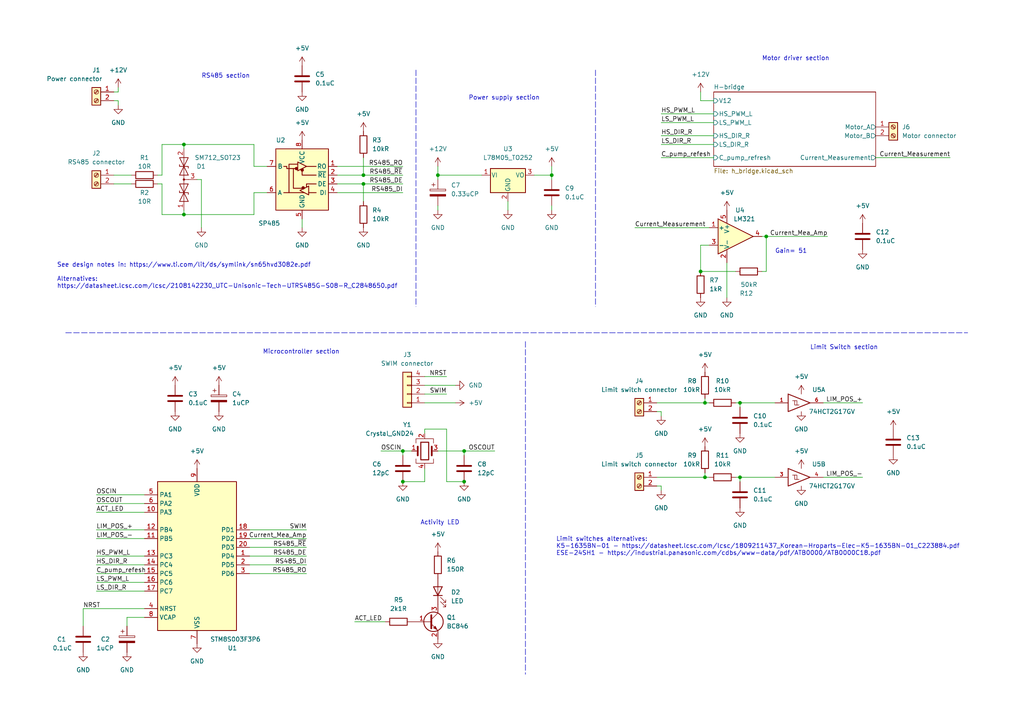
<source format=kicad_sch>
(kicad_sch (version 20211123) (generator eeschema)
  (paper "A4")
  (lib_symbols
    (symbol "74xGxx:74LVC2G17" (pin_names (offset 1.016))
      (property "Reference" "U" (at -2.54 3.81 0))
      (property "Value" "74LVC2G17" (at 0 -3.81 0))
      (symbol "74LVC2G17_0_1"
        (polyline (pts (xy -1.905 0.635) (xy -1.27 0.635) (xy -1.27 -0.635)))
        (polyline (pts (xy -3.81 2.54) (xy -3.81 -2.54) (xy 2.54 0) (xy -3.81 2.54)) (stroke (width 0.254)))
        (polyline (pts (xy -2.54 0.635) (xy -1.905 0.635) (xy -1.905 -0.635) (xy -0.635 -0.635)))
        (pin power_in line (at 0 -2.54 270) (length 0) hide (name "GND") (number "2"))
        (pin power_in line (at 0 2.54 90) (length 0) hide (name "VCC") (number "5"))
      )
      (symbol "74LVC2G17_1_1"
        (pin input line (at -7.62 0 0) (length 3.81) (name "~") (number "1"))
        (pin output line (at 6.35 0 180) (length 3.81) (name "~") (number "6"))
      )
      (symbol "74LVC2G17_2_1"
        (pin input line (at -7.62 0 0) (length 3.81) (name "~") (number "3"))
        (pin output line (at 6.35 0 180) (length 3.81) (name "~") (number "4"))
      )
    )
    (symbol "Amplifier_Operational:LM321" (pin_names (offset 0.127))
      (property "Reference" "U" (at 0 7.62 0))
      (property "Value" "LM321" (at 0 5.08 0))
      (symbol "LM321_0_1"
        (polyline (pts (xy -5.08 5.08) (xy 5.08 0) (xy -5.08 -5.08) (xy -5.08 5.08)) (stroke (width 0.254)) (fill (type background)))
      )
      (symbol "LM321_1_1"
        (pin input line (at -7.62 2.54 0) (length 2.54) (name "+") (number "1"))
        (pin power_in line (at -2.54 -7.62 90) (length 3.81) (name "V-") (number "2"))
        (pin input line (at -7.62 -2.54 0) (length 2.54) (name "-") (number "3"))
        (pin output line (at 7.62 0 180) (length 2.54) (name "~") (number "4"))
        (pin power_in line (at -2.54 7.62 270) (length 3.81) (name "V+") (number "5"))
      )
    )
    (symbol "Connector:Screw_Terminal_01x02" (pin_names (offset 1.016) hide)
      (property "Reference" "J" (at 0 2.54 0))
      (property "Value" "Screw_Terminal_01x02" (at 0 -5.08 0))
      (symbol "Screw_Terminal_01x02_1_1"
        (rectangle (start -1.27 1.27) (end 1.27 -3.81) (stroke (width 0.254)) (fill (type background)))
        (circle (center 0 -2.54) (radius 0.635) (stroke (width 0.1524)))
        (polyline (pts (xy -0.5334 -2.2098) (xy 0.3302 -3.048)) (stroke (width 0.1524)))
        (polyline (pts (xy -0.5334 0.3302) (xy 0.3302 -0.508)) (stroke (width 0.1524)))
        (polyline (pts (xy -0.3556 -2.032) (xy 0.508 -2.8702)) (stroke (width 0.1524)))
        (polyline (pts (xy -0.3556 0.508) (xy 0.508 -0.3302)) (stroke (width 0.1524)))
        (circle (center 0 0) (radius 0.635) (stroke (width 0.1524)))
        (pin passive line (at -5.08 0 0) (length 3.81) (name "Pin_1") (number "1"))
        (pin passive line (at -5.08 -2.54 0) (length 3.81) (name "Pin_2") (number "2"))
      )
    )
    (symbol "Connector_Generic:Conn_01x04" (pin_names (offset 1.016) hide)
      (property "Reference" "J" (at 0 5.08 0))
      (property "Value" "Conn_01x04" (at 0 -7.62 0))
      (symbol "Conn_01x04_1_1"
        (rectangle (start -1.27 -4.953) (end 0 -5.207) (stroke (width 0.1524)))
        (rectangle (start -1.27 -2.413) (end 0 -2.667) (stroke (width 0.1524)))
        (rectangle (start -1.27 0.127) (end 0 -0.127) (stroke (width 0.1524)))
        (rectangle (start -1.27 2.667) (end 0 2.413) (stroke (width 0.1524)))
        (rectangle (start -1.27 3.81) (end 1.27 -6.35) (stroke (width 0.254)) (fill (type background)))
        (pin passive line (at -5.08 2.54 0) (length 3.81) (name "Pin_1") (number "1"))
        (pin passive line (at -5.08 0 0) (length 3.81) (name "Pin_2") (number "2"))
        (pin passive line (at -5.08 -2.54 0) (length 3.81) (name "Pin_3") (number "3"))
        (pin passive line (at -5.08 -5.08 0) (length 3.81) (name "Pin_4") (number "4"))
      )
    )
    (symbol "Device:C" (pin_numbers hide) (pin_names (offset 0.254))
      (property "Reference" "C" (at 0.635 2.54 0))
      (property "Value" "C" (at 0.635 -2.54 0))
      (symbol "C_0_1"
        (polyline (pts (xy -2.032 -0.762) (xy 2.032 -0.762)) (stroke (width 0.508)))
        (polyline (pts (xy -2.032 0.762) (xy 2.032 0.762)) (stroke (width 0.508)))
      )
      (symbol "C_1_1"
        (pin passive line (at 0 3.81 270) (length 2.794) (name "~") (number "1"))
        (pin passive line (at 0 -3.81 90) (length 2.794) (name "~") (number "2"))
      )
    )
    (symbol "Device:C_Polarized" (pin_numbers hide) (pin_names (offset 0.254))
      (property "Reference" "C" (at 0.635 2.54 0))
      (property "Value" "C_Polarized" (at 0.635 -2.54 0))
      (symbol "C_Polarized_0_1"
        (rectangle (start -2.286 0.508) (end 2.286 1.016))
        (polyline (pts (xy -1.778 2.286) (xy -0.762 2.286)))
        (polyline (pts (xy -1.27 2.794) (xy -1.27 1.778)))
        (rectangle (start 2.286 -0.508) (end -2.286 -1.016) (fill (type outline)))
      )
      (symbol "C_Polarized_1_1"
        (pin passive line (at 0 3.81 270) (length 2.794) (name "~") (number "1"))
        (pin passive line (at 0 -3.81 90) (length 2.794) (name "~") (number "2"))
      )
    )
    (symbol "Device:Crystal_GND24" (pin_names (offset 1.016) hide)
      (property "Reference" "Y" (at 3.175 5.08 0))
      (property "Value" "Crystal_GND24" (at 3.175 3.175 0))
      (symbol "Crystal_GND24_0_1"
        (rectangle (start -1.143 2.54) (end 1.143 -2.54) (stroke (width 0.3048)))
        (polyline (pts (xy -2.54 0) (xy -2.032 0)))
        (polyline (pts (xy -2.032 -1.27) (xy -2.032 1.27)) (stroke (width 0.508)))
        (polyline (pts (xy 0 -3.81) (xy 0 -3.556)))
        (polyline (pts (xy 0 3.556) (xy 0 3.81)))
        (polyline (pts (xy 2.032 -1.27) (xy 2.032 1.27)) (stroke (width 0.508)))
        (polyline (pts (xy 2.032 0) (xy 2.54 0)))
        (polyline (pts (xy -2.54 -2.286) (xy -2.54 -3.556) (xy 2.54 -3.556) (xy 2.54 -2.286)))
        (polyline (pts (xy -2.54 2.286) (xy -2.54 3.556) (xy 2.54 3.556) (xy 2.54 2.286)))
      )
      (symbol "Crystal_GND24_1_1"
        (pin passive line (at -3.81 0 0) (length 1.27) (name "1") (number "1"))
        (pin passive line (at 0 5.08 270) (length 1.27) (name "2") (number "2"))
        (pin passive line (at 3.81 0 180) (length 1.27) (name "3") (number "3"))
        (pin passive line (at 0 -5.08 90) (length 1.27) (name "4") (number "4"))
      )
    )
    (symbol "Device:LED" (pin_numbers hide) (pin_names (offset 1.016) hide)
      (property "Reference" "D" (at 0 2.54 0))
      (property "Value" "LED" (at 0 -2.54 0))
      (symbol "LED_0_1"
        (polyline (pts (xy -1.27 -1.27) (xy -1.27 1.27)) (stroke (width 0.254)))
        (polyline (pts (xy -1.27 0) (xy 1.27 0)))
        (polyline (pts (xy 1.27 -1.27) (xy 1.27 1.27) (xy -1.27 0) (xy 1.27 -1.27)) (stroke (width 0.254)))
        (polyline (pts (xy -3.048 -0.762) (xy -4.572 -2.286) (xy -3.81 -2.286) (xy -4.572 -2.286) (xy -4.572 -1.524)))
        (polyline (pts (xy -1.778 -0.762) (xy -3.302 -2.286) (xy -2.54 -2.286) (xy -3.302 -2.286) (xy -3.302 -1.524)))
      )
      (symbol "LED_1_1"
        (pin passive line (at -3.81 0 0) (length 2.54) (name "K") (number "1"))
        (pin passive line (at 3.81 0 180) (length 2.54) (name "A") (number "2"))
      )
    )
    (symbol "Device:R" (pin_numbers hide) (pin_names (offset 0))
      (property "Reference" "R" (at 2.032 0 90))
      (property "Value" "R" (at 0 0 90))
      (symbol "R_0_1"
        (rectangle (start -1.016 -2.54) (end 1.016 2.54) (stroke (width 0.254)))
      )
      (symbol "R_1_1"
        (pin passive line (at 0 3.81 270) (length 1.27) (name "~") (number "1"))
        (pin passive line (at 0 -3.81 90) (length 1.27) (name "~") (number "2"))
      )
    )
    (symbol "Diode:SM712_SOT23" (pin_names (offset 1.016) hide)
      (property "Reference" "D" (at 0 4.445 0))
      (property "Value" "SM712_SOT23" (at 0 2.54 0))
      (symbol "SM712_SOT23_0_0"
        (polyline (pts (xy 0 -1.27) (xy 0 0)))
      )
      (symbol "SM712_SOT23_0_1"
        (polyline (pts (xy -6.35 0) (xy 6.35 0)))
        (polyline (pts (xy -3.302 1.27) (xy -3.81 1.27) (xy -3.81 -1.27) (xy -4.318 -1.27)) (stroke (width 0.2032)))
        (polyline (pts (xy 4.318 1.27) (xy 3.81 1.27) (xy 3.81 -1.27) (xy 3.302 -1.27)) (stroke (width 0.2032)))
        (polyline (pts (xy -6.35 -1.27) (xy -1.27 1.27) (xy -1.27 -1.27) (xy -6.35 1.27) (xy -6.35 -1.27)) (stroke (width 0.2032)))
        (polyline (pts (xy 1.27 -1.27) (xy 1.27 1.27) (xy 6.35 -1.27) (xy 6.35 1.27) (xy 1.27 -1.27)) (stroke (width 0.2032)))
        (circle (center 0 0) (radius 0.254) (fill (type outline)))
      )
      (symbol "SM712_SOT23_1_1"
        (pin passive line (at -8.89 0 0) (length 2.54) (name "A1") (number "1"))
        (pin passive line (at 8.89 0 180) (length 2.54) (name "A2") (number "2"))
        (pin input line (at 0 -3.81 90) (length 2.54) (name "common") (number "3"))
      )
    )
    (symbol "Interface_UART:ST485EBDR"
      (property "Reference" "U" (at -6.35 8.89 0))
      (property "Value" "ST485EBDR" (at 1.27 8.89 0))
      (symbol "ST485EBDR_0_1"
        (rectangle (start -7.62 7.62) (end 7.62 -10.16) (stroke (width 0.254)) (fill (type background)))
        (circle (center -0.3048 -3.683) (radius 0.3556) (stroke (width 0.254)) (fill (type outline)))
        (circle (center -0.0254 1.4986) (radius 0.3556) (stroke (width 0.254)) (fill (type outline)))
        (polyline (pts (xy -4.064 -5.08) (xy -1.905 -5.08)) (stroke (width 0.254)))
        (polyline (pts (xy -4.064 2.54) (xy -1.27 2.54)) (stroke (width 0.254)))
        (polyline (pts (xy -1.27 -3.2004) (xy -1.27 -3.4544)) (stroke (width 0.254)))
        (polyline (pts (xy -0.635 -5.08) (xy 5.334 -5.08)) (stroke (width 0.254)))
        (polyline (pts (xy -4.064 -2.54) (xy -1.27 -2.54) (xy -1.27 -3.175)) (stroke (width 0.254)))
        (polyline (pts (xy 0 1.27) (xy 0 0) (xy -4.064 0)) (stroke (width 0.254)))
        (polyline (pts (xy 1.27 3.175) (xy 3.81 3.175) (xy 3.81 -5.08)) (stroke (width 0.254)))
        (polyline (pts (xy 2.54 1.905) (xy 2.54 -3.81) (xy 0 -3.81)) (stroke (width 0.254)))
        (polyline (pts (xy -1.905 -3.175) (xy -1.905 -5.715) (xy 0.635 -4.445) (xy -1.905 -3.175)) (stroke (width 0.254)))
        (polyline (pts (xy -1.27 2.54) (xy 1.27 3.81) (xy 1.27 1.27) (xy -1.27 2.54)) (stroke (width 0.254)))
        (polyline (pts (xy 1.905 1.905) (xy 4.445 1.905) (xy 4.445 2.54) (xy 5.334 2.54)) (stroke (width 0.254)))
        (rectangle (start 1.27 3.175) (end 1.27 3.175))
        (circle (center 1.651 1.905) (radius 0.3556) (stroke (width 0.254)) (fill (type outline)))
      )
      (symbol "ST485EBDR_1_1"
        (pin output line (at -10.16 2.54 0) (length 2.54) (name "RO") (number "1"))
        (pin input line (at -10.16 0 0) (length 2.54) (name "~{RE}") (number "2"))
        (pin input line (at -10.16 -2.54 0) (length 2.54) (name "DE") (number "3"))
        (pin input line (at -10.16 -5.08 0) (length 2.54) (name "DI") (number "4"))
        (pin power_in line (at 0 -12.7 90) (length 2.54) (name "GND") (number "5"))
        (pin bidirectional line (at 10.16 -5.08 180) (length 2.54) (name "A") (number "6"))
        (pin bidirectional line (at 10.16 2.54 180) (length 2.54) (name "B") (number "7"))
        (pin power_in line (at 0 10.16 270) (length 2.54) (name "VCC") (number "8"))
      )
    )
    (symbol "MCU_ST_STM8:STM8S003F3P"
      (property "Reference" "U" (at 1.27 25.4 0))
      (property "Value" "STM8S003F3P" (at 1.27 22.86 0))
      (symbol "STM8S003F3P_0_1"
        (rectangle (start -11.43 21.59) (end 11.43 -21.59) (stroke (width 0.254)) (fill (type background)))
      )
      (symbol "STM8S003F3P_1_1"
        (pin bidirectional line (at 15.24 0 180) (length 3.81) (name "PD4") (number "1"))
        (pin bidirectional line (at -15.24 12.7 0) (length 3.81) (name "PA3") (number "10"))
        (pin bidirectional line (at -15.24 5.08 0) (length 3.81) (name "PB5") (number "11"))
        (pin bidirectional line (at -15.24 7.62 0) (length 3.81) (name "PB4") (number "12"))
        (pin bidirectional line (at -15.24 0 0) (length 3.81) (name "PC3") (number "13"))
        (pin bidirectional line (at -15.24 -2.54 0) (length 3.81) (name "PC4") (number "14"))
        (pin bidirectional line (at -15.24 -5.08 0) (length 3.81) (name "PC5") (number "15"))
        (pin bidirectional line (at -15.24 -7.62 0) (length 3.81) (name "PC6") (number "16"))
        (pin bidirectional line (at -15.24 -10.16 0) (length 3.81) (name "PC7") (number "17"))
        (pin bidirectional line (at 15.24 7.62 180) (length 3.81) (name "PD1") (number "18"))
        (pin bidirectional line (at 15.24 5.08 180) (length 3.81) (name "PD2") (number "19"))
        (pin bidirectional line (at 15.24 -2.54 180) (length 3.81) (name "PD5") (number "2"))
        (pin bidirectional line (at 15.24 2.54 180) (length 3.81) (name "PD3") (number "20"))
        (pin bidirectional line (at 15.24 -5.08 180) (length 3.81) (name "PD6") (number "3"))
        (pin input line (at -15.24 -15.24 0) (length 3.81) (name "NRST") (number "4"))
        (pin bidirectional line (at -15.24 17.78 0) (length 3.81) (name "PA1") (number "5"))
        (pin bidirectional line (at -15.24 15.24 0) (length 3.81) (name "PA2") (number "6"))
        (pin power_in line (at 0 -25.4 90) (length 3.81) (name "VSS") (number "7"))
        (pin passive line (at -15.24 -17.78 0) (length 3.81) (name "VCAP") (number "8"))
        (pin power_in line (at 0 25.4 270) (length 3.81) (name "VDD") (number "9"))
      )
    )
    (symbol "Regulator_Linear:LM78M05_TO252" (pin_names (offset 0.254))
      (property "Reference" "U" (at -3.81 3.175 0))
      (property "Value" "LM78M05_TO252" (at 0 3.175 0))
      (symbol "LM78M05_TO252_0_1"
        (rectangle (start -5.08 1.905) (end 5.08 -5.08) (stroke (width 0.254)) (fill (type background)))
      )
      (symbol "LM78M05_TO252_1_1"
        (pin power_in line (at -7.62 0 0) (length 2.54) (name "VI") (number "1"))
        (pin power_in line (at 0 -7.62 90) (length 2.54) (name "GND") (number "2"))
        (pin power_out line (at 7.62 0 180) (length 2.54) (name "VO") (number "3"))
      )
    )
    (symbol "Transistor_BJT:BC846" (pin_names (offset 0) hide)
      (property "Reference" "Q" (at 5.08 1.905 0))
      (property "Value" "BC846" (at 5.08 0 0))
      (symbol "BC846_0_1"
        (polyline (pts (xy 0.635 0.635) (xy 2.54 2.54)))
        (polyline (pts (xy 0.635 -0.635) (xy 2.54 -2.54) (xy 2.54 -2.54)))
        (polyline (pts (xy 0.635 1.905) (xy 0.635 -1.905) (xy 0.635 -1.905)) (stroke (width 0.508)))
        (polyline (pts (xy 1.27 -1.778) (xy 1.778 -1.27) (xy 2.286 -2.286) (xy 1.27 -1.778) (xy 1.27 -1.778)) (fill (type outline)))
        (circle (center 1.27 0) (radius 2.8194) (stroke (width 0.254)))
      )
      (symbol "BC846_1_1"
        (pin input line (at -5.08 0 0) (length 5.715) (name "B") (number "1"))
        (pin passive line (at 2.54 -5.08 90) (length 2.54) (name "E") (number "2"))
        (pin passive line (at 2.54 5.08 270) (length 2.54) (name "C") (number "3"))
      )
    )
    (symbol "power:+12V" (power) (pin_names (offset 0))
      (property "Value" "+12V" (at 0 3.556 0))
      (symbol "+12V_0_1"
        (polyline (pts (xy -0.762 1.27) (xy 0 2.54)))
        (polyline (pts (xy 0 0) (xy 0 2.54)))
        (polyline (pts (xy 0 2.54) (xy 0.762 1.27)))
      )
      (symbol "+12V_1_1"
        (pin power_in line (at 0 0 90) (length 0) hide (name "+12V") (number "1"))
      )
    )
    (symbol "power:+5V" (power) (pin_names (offset 0))
      (property "Value" "+5V" (at 0 3.556 0))
      (symbol "+5V_0_1"
        (polyline (pts (xy -0.762 1.27) (xy 0 2.54)))
        (polyline (pts (xy 0 0) (xy 0 2.54)))
        (polyline (pts (xy 0 2.54) (xy 0.762 1.27)))
      )
      (symbol "+5V_1_1"
        (pin power_in line (at 0 0 90) (length 0) hide (name "+5V") (number "1"))
      )
    )
    (symbol "power:GND" (power) (pin_names (offset 0))
      (property "Value" "GND" (at 0 -3.81 0))
      (symbol "GND_0_1"
        (polyline (pts (xy 0 0) (xy 0 -1.27) (xy 1.27 -1.27) (xy 0 -2.54) (xy -1.27 -1.27) (xy 0 -1.27)))
      )
      (symbol "GND_1_1"
        (pin power_in line (at 0 0 270) (length 0) hide (name "GND") (number "1"))
      )
    )
  )
  (junction (at 105.41 53.34))
  (junction (at 134.62 130.81))
  (junction (at 105.41 50.8))
  (junction (at 222.25 68.58))
  (junction (at 214.63 138.43))
  (junction (at 116.84 130.81))
  (junction (at 53.34 41.91))
  (junction (at 134.62 139.7))
  (junction (at 53.34 62.23))
  (junction (at 204.47 138.43))
  (junction (at 116.84 139.7))
  (junction (at 127 50.8))
  (junction (at 204.47 116.84))
  (junction (at 214.63 116.84))
  (junction (at 203.2 78.74))
  (junction (at 160.02 50.8))
  (wire (pts (xy 127 50.8) (xy 139.7 50.8)))
  (wire (pts (xy 210.82 76.2) (xy 210.82 86.36)))
  (wire (pts (xy 57.15 52.07) (xy 58.42 52.07)))
  (polyline (pts (xy 120.65 20.32) (xy 120.65 88.9)))
  (wire (pts (xy 72.39 153.67) (xy 88.9 153.67)))
  (wire (pts (xy 123.19 114.3) (xy 129.54 114.3)))
  (wire (pts (xy 116.84 130.81) (xy 116.84 132.08)))
  (wire (pts (xy 190.5 138.43) (xy 204.47 138.43)))
  (wire (pts (xy 27.94 171.45) (xy 41.91 171.45)))
  (wire (pts (xy 110.49 130.81) (xy 116.84 130.81)))
  (wire (pts (xy 191.77 35.56) (xy 207.01 35.56)))
  (wire (pts (xy 123.19 135.89) (xy 123.19 139.7)))
  (wire (pts (xy 191.77 41.91) (xy 207.01 41.91)))
  (wire (pts (xy 34.29 29.21) (xy 34.29 30.48)))
  (wire (pts (xy 203.2 29.21) (xy 207.01 29.21)))
  (wire (pts (xy 36.83 179.07) (xy 41.91 179.07)))
  (wire (pts (xy 214.63 138.43) (xy 214.63 139.7)))
  (wire (pts (xy 220.98 78.74) (xy 222.25 78.74)))
  (wire (pts (xy 116.84 130.81) (xy 119.38 130.81)))
  (polyline (pts (xy 152.4 99.06) (xy 152.4 195.58)))
  (wire (pts (xy 191.77 39.37) (xy 207.01 39.37)))
  (wire (pts (xy 129.54 139.7) (xy 134.62 139.7)))
  (wire (pts (xy 72.39 163.83) (xy 88.9 163.83)))
  (wire (pts (xy 33.02 29.21) (xy 34.29 29.21)))
  (wire (pts (xy 27.94 148.59) (xy 41.91 148.59)))
  (wire (pts (xy 123.19 111.76) (xy 132.08 111.76)))
  (wire (pts (xy 204.47 137.16) (xy 204.47 138.43)))
  (wire (pts (xy 33.02 53.34) (xy 38.1 53.34)))
  (wire (pts (xy 191.77 45.72) (xy 207.01 45.72)))
  (wire (pts (xy 127 50.8) (xy 127 52.07)))
  (wire (pts (xy 214.63 138.43) (xy 224.79 138.43)))
  (wire (pts (xy 27.94 161.29) (xy 41.91 161.29)))
  (wire (pts (xy 160.02 48.26) (xy 160.02 50.8)))
  (wire (pts (xy 147.32 58.42) (xy 147.32 60.96)))
  (wire (pts (xy 27.94 166.37) (xy 41.91 166.37)))
  (polyline (pts (xy 172.72 20.32) (xy 172.72 88.9)))
  (wire (pts (xy 127 48.26) (xy 127 50.8)))
  (wire (pts (xy 102.87 180.34) (xy 111.76 180.34)))
  (wire (pts (xy 97.79 48.26) (xy 116.84 48.26)))
  (wire (pts (xy 97.79 53.34) (xy 105.41 53.34)))
  (wire (pts (xy 129.54 124.46) (xy 129.54 139.7)))
  (wire (pts (xy 190.5 116.84) (xy 204.47 116.84)))
  (wire (pts (xy 254 45.72) (xy 275.59 45.72)))
  (wire (pts (xy 97.79 55.88) (xy 116.84 55.88)))
  (wire (pts (xy 46.99 53.34) (xy 46.99 62.23)))
  (wire (pts (xy 73.66 48.26) (xy 77.47 48.26)))
  (wire (pts (xy 184.15 66.04) (xy 205.74 66.04)))
  (wire (pts (xy 33.02 50.8) (xy 38.1 50.8)))
  (wire (pts (xy 27.94 153.67) (xy 41.91 153.67)))
  (wire (pts (xy 41.91 176.53) (xy 24.13 176.53)))
  (wire (pts (xy 87.63 63.5) (xy 87.63 66.04)))
  (wire (pts (xy 24.13 176.53) (xy 24.13 181.61)))
  (wire (pts (xy 105.41 53.34) (xy 105.41 58.42)))
  (wire (pts (xy 53.34 62.23) (xy 53.34 60.96)))
  (wire (pts (xy 72.39 166.37) (xy 88.9 166.37)))
  (wire (pts (xy 238.76 138.43) (xy 250.19 138.43)))
  (wire (pts (xy 222.25 78.74) (xy 222.25 68.58)))
  (polyline (pts (xy 19.05 96.52) (xy 280.67 96.52)))
  (wire (pts (xy 220.98 68.58) (xy 222.25 68.58)))
  (wire (pts (xy 72.39 161.29) (xy 88.9 161.29)))
  (wire (pts (xy 46.99 50.8) (xy 46.99 41.91)))
  (wire (pts (xy 204.47 115.57) (xy 204.47 116.84)))
  (wire (pts (xy 46.99 62.23) (xy 53.34 62.23)))
  (wire (pts (xy 204.47 116.84) (xy 205.74 116.84)))
  (wire (pts (xy 73.66 41.91) (xy 73.66 48.26)))
  (wire (pts (xy 238.76 116.84) (xy 250.19 116.84)))
  (wire (pts (xy 191.77 119.38) (xy 191.77 120.65)))
  (wire (pts (xy 203.2 26.67) (xy 203.2 29.21)))
  (wire (pts (xy 34.29 26.67) (xy 34.29 25.4)))
  (wire (pts (xy 214.63 116.84) (xy 214.63 118.11)))
  (wire (pts (xy 123.19 124.46) (xy 123.19 125.73)))
  (wire (pts (xy 134.62 130.81) (xy 134.62 132.08)))
  (wire (pts (xy 45.72 50.8) (xy 46.99 50.8)))
  (wire (pts (xy 213.36 138.43) (xy 214.63 138.43)))
  (wire (pts (xy 191.77 33.02) (xy 207.01 33.02)))
  (wire (pts (xy 123.19 116.84) (xy 132.08 116.84)))
  (wire (pts (xy 222.25 68.58) (xy 240.03 68.58)))
  (wire (pts (xy 154.94 50.8) (xy 160.02 50.8)))
  (wire (pts (xy 36.83 181.61) (xy 36.83 179.07)))
  (wire (pts (xy 190.5 119.38) (xy 191.77 119.38)))
  (wire (pts (xy 33.02 26.67) (xy 34.29 26.67)))
  (wire (pts (xy 53.34 41.91) (xy 73.66 41.91)))
  (wire (pts (xy 190.5 140.97) (xy 191.77 140.97)))
  (wire (pts (xy 127 130.81) (xy 134.62 130.81)))
  (wire (pts (xy 160.02 59.69) (xy 160.02 60.96)))
  (wire (pts (xy 123.19 139.7) (xy 116.84 139.7)))
  (wire (pts (xy 160.02 50.8) (xy 160.02 52.07)))
  (wire (pts (xy 191.77 140.97) (xy 191.77 142.24)))
  (wire (pts (xy 27.94 143.51) (xy 41.91 143.51)))
  (wire (pts (xy 203.2 78.74) (xy 213.36 78.74)))
  (wire (pts (xy 214.63 116.84) (xy 224.79 116.84)))
  (wire (pts (xy 203.2 71.12) (xy 203.2 78.74)))
  (wire (pts (xy 27.94 146.05) (xy 41.91 146.05)))
  (wire (pts (xy 213.36 116.84) (xy 214.63 116.84)))
  (wire (pts (xy 105.41 53.34) (xy 116.84 53.34)))
  (wire (pts (xy 46.99 41.91) (xy 53.34 41.91)))
  (wire (pts (xy 123.19 124.46) (xy 129.54 124.46)))
  (wire (pts (xy 72.39 156.21) (xy 88.9 156.21)))
  (wire (pts (xy 204.47 138.43) (xy 205.74 138.43)))
  (wire (pts (xy 105.41 50.8) (xy 116.84 50.8)))
  (wire (pts (xy 27.94 163.83) (xy 41.91 163.83)))
  (wire (pts (xy 27.94 156.21) (xy 41.91 156.21)))
  (wire (pts (xy 45.72 53.34) (xy 46.99 53.34)))
  (wire (pts (xy 73.66 55.88) (xy 73.66 62.23)))
  (wire (pts (xy 77.47 55.88) (xy 73.66 55.88)))
  (wire (pts (xy 205.74 71.12) (xy 203.2 71.12)))
  (wire (pts (xy 53.34 41.91) (xy 53.34 43.18)))
  (wire (pts (xy 134.62 130.81) (xy 143.51 130.81)))
  (wire (pts (xy 72.39 158.75) (xy 88.9 158.75)))
  (wire (pts (xy 97.79 50.8) (xy 105.41 50.8)))
  (wire (pts (xy 123.19 109.22) (xy 129.54 109.22)))
  (wire (pts (xy 105.41 50.8) (xy 105.41 45.72)))
  (wire (pts (xy 27.94 168.91) (xy 41.91 168.91)))
  (wire (pts (xy 127 59.69) (xy 127 60.96)))
  (wire (pts (xy 58.42 52.07) (xy 58.42 66.04)))
  (wire (pts (xy 73.66 62.23) (xy 53.34 62.23)))
  (text "Microcontroller section" (at 76.2 102.87 0) (effects (font (size 1.27 1.27)) (justify left bottom)))
  (text "Limit Switch section" (at 234.95 101.6 0) (effects (font (size 1.27 1.27)) (justify left bottom)))
  (text "Limit switches alternatives:\nK5-1635BN-01 - https://datasheet.lcsc.com/lcsc/1809211437_Korean-Hroparts-Elec-K5-1635BN-01_C223884.pdf\nESE-24SH1 - https://industrial.panasonic.com/cdbs/www-data/pdf/ATB0000/ATB0000C18.pdf" (at 161.29 161.29 0) (effects (font (size 1.27 1.27)) (justify left bottom)))
  (text "Motor driver section" (at 220.98 17.78 0) (effects (font (size 1.27 1.27)) (justify left bottom)))
  (text "Power supply section" (at 135.89 29.21 0) (effects (font (size 1.27 1.27)) (justify left bottom)))
  (text "Gain= 51" (at 224.79 73.66 0) (effects (font (size 1.27 1.27)) (justify left bottom)))
  (text "Activity LED" (at 121.92 152.4 0) (effects (font (size 1.27 1.27)) (justify left bottom)))
  (text "RS485 section" (at 58.42 22.86 0) (effects (font (size 1.27 1.27)) (justify left bottom)))
  (text "See design notes in: https://www.ti.com/lit/ds/symlink/sn65hvd3082e.pdf\n\nAlternatives:\nhttps://datasheet.lcsc.com/lcsc/2108142230_UTC-Unisonic-Tech-UTRS485G-S08-R_C2848650.pdf" (at 16.51 83.82 0) (effects (font (size 1.27 1.27)) (justify left bottom)))
  (label "OSCOUT" (at 27.94 146.05 0))
  (label "HS_DIR_R" (at 191.77 39.37 0))
  (label "OSCIN" (at 27.94 143.51 0))
  (label "ACT_LED" (at 27.94 148.59 0))
  (label "HS_PWM_L" (at 191.77 33.02 0))
  (label "SWIM" (at 88.9 153.67 180))
  (label "OSCOUT" (at 143.51 130.81 180))
  (label "Current_Measurement" (at 184.15 66.04 0))
  (label "LS_PWM_L" (at 27.94 168.91 0))
  (label "RS485_RO" (at 116.84 48.26 180))
  (label "RS485_DE" (at 116.84 53.34 180))
  (label "Current_Mea_Amp" (at 240.03 68.58 180))
  (label "NRST" (at 24.13 176.53 0))
  (label "LIM_POS_+" (at 250.19 116.84 180))
  (label "Current_Mea_Amp" (at 88.9 156.21 180))
  (label "C_pump_refesh" (at 191.77 45.72 0))
  (label "C_pump_refesh" (at 27.94 166.37 0))
  (label "ACT_LED" (at 102.87 180.34 0))
  (label "LS_PWM_L" (at 191.77 35.56 0))
  (label "RS485_DE" (at 88.9 161.29 180))
  (label "OSCIN" (at 110.49 130.81 0))
  (label "RS485_DI" (at 88.9 163.83 180))
  (label "LIM_POS_-" (at 250.19 138.43 180))
  (label "LIM_POS_-" (at 27.94 156.21 0))
  (label "RS485_DI" (at 116.84 55.88 180))
  (label "NRST" (at 129.54 109.22 180))
  (label "LS_DIR_R" (at 191.77 41.91 0))
  (label "RS485_~{RE}" (at 116.84 50.8 180))
  (label "LS_DIR_R" (at 27.94 171.45 0))
  (label "HS_PWM_L" (at 27.94 161.29 0))
  (label "RS485_RO" (at 88.9 166.37 180))
  (label "LIM_POS_+" (at 27.94 153.67 0))
  (label "Current_Measurement" (at 275.59 45.72 180))
  (label "HS_DIR_R" (at 27.94 163.83 0))
  (label "SWIM" (at 129.54 114.3 180))
  (label "RS485_~{RE}" (at 88.9 158.75 180))
  (symbol (lib_id "power:+12V") (at 127 48.26 0) (unit 1)
    (property "Reference" "#PWR019" (effects hide))
    (property "Value" "+12V" (at 127 43.18 0))
  )
  (symbol (lib_id "Device:R") (at 204.47 111.76 0) (unit 1)
    (property "Reference" "R8" (at 199.39 110.49 0) (effects (justify left)))
    (property "Value" "10kR" (at 198.12 113.03 0) (effects (justify left)))
    (property "Footprint" "Resistor_SMD:R_0805_2012Metric_Pad1.20x1.40mm_HandSolder" (effects hide))
    (property "Datasheet" "https://datasheet.lcsc.com/lcsc/1810201611_YAGEO-RC0805FR-0710KL_C84376.pdf" (effects hide))
    (property "Manufacturer Part Number" "RC0805FR-0710KL" (effects hide))
  )
  (symbol (lib_id "power:+5V") (at 160.02 48.26 0) (unit 1)
    (property "Reference" "#PWR027" (effects hide))
    (property "Value" "+5V" (at 160.02 43.18 0))
  )
  (symbol (lib_id "Device:C_Polarized") (at 127 55.88 0) (unit 1)
    (property "Reference" "C7" (at 130.81 53.7209 0) (effects (justify left)))
    (property "Value" "0.33uCP" (at 130.81 56.2609 0) (effects (justify left)))
    (property "Footprint" "Capacitor_Tantalum_SMD:CP_EIA-3216-18_Kemet-A_Pad1.58x1.35mm_HandSolder" (effects hide))
    (property "Datasheet" "https://datasheet.lcsc.com/lcsc/1811071215_AVX-TAJA334K035RNJ_C8014.pdf" (effects hide))
    (property "Manufacturer Part Number" "TAJA334K035RNJ" (effects hide))
  )
  (symbol (lib_id "power:GND") (at 132.08 111.76 90) (unit 1)
    (property "Reference" "#PWR023" (effects hide))
    (property "Value" "GND" (at 135.89 111.7599 90) (effects (justify right)))
  )
  (symbol (lib_id "Device:R") (at 209.55 138.43 90) (unit 1)
    (property "Reference" "R11" (at 209.55 132.08 90))
    (property "Value" "10kR" (at 209.55 134.62 90))
    (property "Footprint" "Resistor_SMD:R_0805_2012Metric_Pad1.20x1.40mm_HandSolder" (effects hide))
    (property "Datasheet" "https://datasheet.lcsc.com/lcsc/1810201611_YAGEO-RC0805FR-0710KL_C84376.pdf" (effects hide))
    (property "Manufacturer Part Number" "RC0805FR-0710KL" (effects hide))
  )
  (symbol (lib_id "Interface_UART:ST485EBDR") (at 87.63 50.8 0) (mirror y) (unit 1)
    (property "Reference" "U2" (at 80.01 40.64 0) (effects (justify right)))
    (property "Value" "SP485" (at 74.93 64.77 0) (effects (justify right)))
    (property "Footprint" "Package_SO:SOIC-8_3.9x4.9mm_P1.27mm" (effects hide))
    (property "Datasheet" "https://datasheet.lcsc.com/lcsc/2104081903_MaxLinear-SP485EEN-L-TR_C6855.pdf" (effects hide))
    (property "Manufacturer Part Number" "SP485EEN-L/TR" (effects hide))
  )
  (symbol (lib_id "power:GND") (at 127 60.96 0) (unit 1)
    (property "Reference" "#PWR020" (effects hide))
    (property "Value" "GND" (at 127 66.04 0))
  )
  (symbol (lib_id "power:+5V") (at 210.82 60.96 0) (unit 1)
    (property "Reference" "#PWR035" (effects hide))
    (property "Value" "+5V" (at 210.82 55.88 0))
  )
  (symbol (lib_id "Device:C") (at 214.63 143.51 0) (unit 1)
    (property "Reference" "C11" (at 218.44 142.2399 0) (effects (justify left)))
    (property "Value" "0.1uC" (at 218.44 144.7799 0) (effects (justify left)))
    (property "Footprint" "Capacitor_SMD:C_0805_2012Metric_Pad1.18x1.45mm_HandSolder" (effects hide))
    (property "Datasheet" "https://datasheet.lcsc.com/lcsc/2006111832_YAGEO-CC0805KRX7R8BB104_C519981.pdf" (effects hide))
    (property "Manufacturer Part Number" "CC0805KRX7R8BB104" (effects hide))
  )
  (symbol (lib_id "power:+12V") (at 203.2 26.67 0) (unit 1)
    (property "Reference" "#PWR031" (effects hide))
    (property "Value" "+12V" (at 203.2 21.59 0))
  )
  (symbol (lib_id "power:GND") (at 250.19 72.39 0) (unit 1)
    (property "Reference" "#PWR044" (effects hide))
    (property "Value" "GND" (at 250.19 77.47 0))
  )
  (symbol (lib_id "power:GND") (at 36.83 189.23 0) (unit 1)
    (property "Reference" "#PWR04" (effects hide))
    (property "Value" "GND" (at 36.83 194.31 0))
  )
  (symbol (lib_id "Diode:SM712_SOT23") (at 53.34 52.07 90) (unit 1)
    (property "Reference" "D1" (at 59.69 48.26 90) (effects (justify left)))
    (property "Value" "SM712_SOT23" (at 69.85 45.72 90) (effects (justify left)))
    (property "Footprint" "Package_TO_SOT_SMD:SOT-23" (effects hide))
    (property "Datasheet" "https://datasheet.lcsc.com/lcsc/2108131930_TECH-PUBLIC-SM712_C521963.pdf" (effects hide))
    (property "Manufacturer Part Number" "SM712" (effects hide))
  )
  (symbol (lib_id "Device:R") (at 209.55 116.84 90) (unit 1)
    (property "Reference" "R10" (at 209.55 110.49 90))
    (property "Value" "10kR" (at 209.55 113.03 90))
    (property "Footprint" "Resistor_SMD:R_0805_2012Metric_Pad1.20x1.40mm_HandSolder" (effects hide))
    (property "Datasheet" "https://datasheet.lcsc.com/lcsc/1810201611_YAGEO-RC0805FR-0710KL_C84376.pdf" (effects hide))
    (property "Manufacturer Part Number" "RC0805FR-0710KL" (effects hide))
  )
  (symbol (lib_id "power:+5V") (at 204.47 129.54 0) (unit 1)
    (property "Reference" "#PWR034" (effects hide))
    (property "Value" "+5V" (at 204.47 124.46 0))
  )
  (symbol (lib_id "Device:C") (at 134.62 135.89 0) (unit 1)
    (property "Reference" "C8" (at 138.43 134.6199 0) (effects (justify left)))
    (property "Value" "12pC" (at 138.43 137.1599 0) (effects (justify left)))
    (property "Footprint" "Capacitor_SMD:C_0805_2012Metric_Pad1.18x1.45mm_HandSolder" (effects hide))
    (property "Datasheet" "https://datasheet.lcsc.com/lcsc/1811061533_YAGEO-CC0805JRNPO9BN120_C107108.pdf" (effects hide))
    (property "Manufacturer Part Number" "CC0805JRNPO9BN120" (effects hide))
  )
  (symbol (lib_id "power:GND") (at 160.02 60.96 0) (unit 1)
    (property "Reference" "#PWR028" (effects hide))
    (property "Value" "GND" (at 160.02 66.04 0))
  )
  (symbol (lib_id "Device:R") (at 105.41 41.91 0) (unit 1)
    (property "Reference" "R3" (at 107.95 40.6399 0) (effects (justify left)))
    (property "Value" "10kR" (at 107.95 43.1799 0) (effects (justify left)))
    (property "Footprint" "Resistor_SMD:R_0805_2012Metric_Pad1.20x1.40mm_HandSolder" (effects hide))
    (property "Datasheet" "https://datasheet.lcsc.com/lcsc/1810201611_YAGEO-RC0805FR-0710KL_C84376.pdf" (effects hide))
    (property "Manufacturer Part Number" "RC0805FR-0710KL" (effects hide))
  )
  (symbol (lib_id "Device:C") (at 250.19 68.58 0) (unit 1)
    (property "Reference" "C12" (at 254 67.3099 0) (effects (justify left)))
    (property "Value" "0.1uC" (at 254 69.8499 0) (effects (justify left)))
    (property "Footprint" "Capacitor_SMD:C_0805_2012Metric_Pad1.18x1.45mm_HandSolder" (effects hide))
    (property "Datasheet" "https://datasheet.lcsc.com/lcsc/2006111832_YAGEO-CC0805KRX7R8BB104_C519981.pdf" (effects hide))
    (property "Manufacturer Part Number" "CC0805KRX7R8BB104" (effects hide))
  )
  (symbol (lib_id "power:GND") (at 232.41 140.97 0) (unit 1)
    (property "Reference" "#PWR042" (effects hide))
    (property "Value" "GND" (at 232.41 146.05 0))
  )
  (symbol (lib_id "power:+5V") (at 87.63 19.05 0) (unit 1)
    (property "Reference" "#PWR012" (effects hide))
    (property "Value" "+5V" (at 87.63 13.97 0))
  )
  (symbol (lib_id "Device:C") (at 116.84 135.89 0) (unit 1)
    (property "Reference" "C6" (at 107.95 134.62 0) (effects (justify left)))
    (property "Value" "12pC" (at 107.95 137.16 0) (effects (justify left)))
    (property "Footprint" "Capacitor_SMD:C_0805_2012Metric_Pad1.18x1.45mm_HandSolder" (effects hide))
    (property "Datasheet" "https://datasheet.lcsc.com/lcsc/1811061533_YAGEO-CC0805JRNPO9BN120_C107108.pdf" (effects hide))
    (property "Manufacturer Part Number" "CC0805JRNPO9BN120" (effects hide))
  )
  (symbol (lib_id "power:GND") (at 87.63 26.67 0) (unit 1)
    (property "Reference" "#PWR013" (effects hide))
    (property "Value" "GND" (at 87.63 31.75 0))
  )
  (symbol (lib_id "power:GND") (at 232.41 119.38 0) (unit 1)
    (property "Reference" "#PWR040" (effects hide))
    (property "Value" "GND" (at 232.41 124.46 0))
  )
  (symbol (lib_id "power:GND") (at 191.77 142.24 0) (unit 1)
    (property "Reference" "#PWR030" (effects hide))
    (property "Value" "GND" (at 191.77 147.32 0))
  )
  (symbol (lib_id "74xGxx:74LVC2G17") (at 232.41 116.84 0) (unit 1)
    (property "Reference" "U5" (at 237.49 113.03 0))
    (property "Value" "74HCT2G17GV" (at 241.3 119.38 0))
    (property "Footprint" "Package_SO:TSOP-6_1.65x3.05mm_P0.95mm" (effects hide))
    (property "Datasheet" "https://datasheet.lcsc.com/lcsc/2007022314_Nexperia-74HCT2G17GV-125_C547566.pdf" (effects hide))
    (property "Manufacturer Part Number" "74HCT2G17GV,125" (effects hide))
  )
  (symbol (lib_id "74xGxx:74LVC2G17") (at 232.41 138.43 0) (unit 2)
    (property "Reference" "U5" (at 237.49 134.62 0))
    (property "Value" "74HCT2G17GV" (at 241.3 140.97 0))
    (property "Footprint" "Package_SO:TSOP-6_1.65x3.05mm_P0.95mm" (effects hide))
    (property "Datasheet" "https://datasheet.lcsc.com/lcsc/2007022314_Nexperia-74HCT2G17GV-125_C547566.pdf" (effects hide))
    (property "Manufacturer Part Number" "74HCT2G17GV,125" (effects hide))
  )
  (symbol (lib_id "power:GND") (at 58.42 66.04 0) (unit 1)
    (property "Reference" "#PWR09" (effects hide))
    (property "Value" "GND" (at 58.42 71.12 0))
  )
  (symbol (lib_id "Connector:Screw_Terminal_01x02") (at 27.94 26.67 0) (mirror y) (unit 1)
    (property "Reference" "J1" (at 27.94 20.32 0))
    (property "Value" "Power connector" (at 21.59 22.86 0))
    (property "Footprint" "Connector_custom:JILN JL301-50002U01" (effects hide))
    (property "Datasheet" "https://datasheet.lcsc.com/lcsc/1912111437_JILN-JL301-50002U02_C395214.pdf" (effects hide))
    (property "Manufacturer Part Number" "JL301-50002U02" (effects hide))
  )
  (symbol (lib_id "power:GND") (at 63.5 119.38 0) (unit 1)
    (property "Reference" "#PWR011" (effects hide))
    (property "Value" "GND" (at 63.5 124.46 0))
  )
  (symbol (lib_id "power:+5V") (at 232.41 135.89 0) (unit 1)
    (property "Reference" "#PWR041" (effects hide))
    (property "Value" "+5V" (at 232.41 130.81 0))
  )
  (symbol (lib_id "power:GND") (at 105.41 66.04 0) (unit 1)
    (property "Reference" "#PWR017" (effects hide))
    (property "Value" "GND" (at 105.41 71.12 0))
  )
  (symbol (lib_id "Regulator_Linear:LM78M05_TO252") (at 147.32 50.8 0) (unit 1)
    (property "Reference" "U3" (at 147.32 43.18 0))
    (property "Value" "L78M05_TO252" (at 147.32 45.72 0))
    (property "Footprint" "Package_TO_SOT_SMD:TO-252-2" (effects hide))
    (property "Datasheet" "https://datasheet.lcsc.com/lcsc/2112291530_STMicroelectronics-L78M05CDT-TR_C55509.pdf" (effects hide))
    (property "Manufacturer Part Number" "L78M05CDT-TR" (effects hide))
  )
  (symbol (lib_id "power:+5V") (at 63.5 111.76 0) (unit 1)
    (property "Reference" "#PWR010" (effects hide))
    (property "Value" "+5V" (at 63.5 106.68 0))
  )
  (symbol (lib_id "Device:C_Polarized") (at 63.5 115.57 0) (unit 1)
    (property "Reference" "C4" (at 67.31 114.3 0) (effects (justify left)))
    (property "Value" "1uCP" (at 67.31 116.84 0) (effects (justify left)))
    (property "Footprint" "Capacitor_Tantalum_SMD:CP_EIA-3216-18_Kemet-A_Pad1.58x1.35mm_HandSolder" (effects hide))
    (property "Datasheet" "https://datasheet.lcsc.com/lcsc/1811071214_Kyocera-AVX-TAJA105K016RNJ_C7174.pdf" (effects hide))
    (property "Manufacturer Part Number" "TAJA105K016RNJ" (effects hide))
  )
  (symbol (lib_id "Device:C") (at 259.08 128.27 0) (unit 1)
    (property "Reference" "C13" (at 262.89 126.9999 0) (effects (justify left)))
    (property "Value" "0.1uC" (at 262.89 129.5399 0) (effects (justify left)))
    (property "Footprint" "Capacitor_SMD:C_0805_2012Metric_Pad1.18x1.45mm_HandSolder" (effects hide))
    (property "Datasheet" "https://datasheet.lcsc.com/lcsc/2006111832_YAGEO-CC0805KRX7R8BB104_C519981.pdf" (effects hide))
    (property "Manufacturer Part Number" "CC0805KRX7R8BB104" (effects hide))
  )
  (symbol (lib_id "Device:C") (at 24.13 185.42 0) (unit 1)
    (property "Reference" "C1" (at 16.51 185.42 0) (effects (justify left)))
    (property "Value" "0.1uC" (at 15.24 187.96 0) (effects (justify left)))
    (property "Footprint" "Capacitor_SMD:C_0805_2012Metric_Pad1.18x1.45mm_HandSolder" (effects hide))
    (property "Datasheet" "https://datasheet.lcsc.com/lcsc/2006111832_YAGEO-CC0805KRX7R8BB104_C519981.pdf" (effects hide))
    (property "Manufacturer Part Number" "CC0805KRX7R8BB104" (effects hide))
  )
  (symbol (lib_id "power:+5V") (at 105.41 38.1 0) (unit 1)
    (property "Reference" "#PWR016" (effects hide))
    (property "Value" "+5V" (at 105.41 33.02 0))
  )
  (symbol (lib_id "power:+5V") (at 127 160.02 0) (unit 1)
    (property "Reference" "#PWR021" (effects hide))
    (property "Value" "+5V" (at 127 154.94 0))
  )
  (symbol (lib_id "power:GND") (at 134.62 139.7 0) (unit 1)
    (property "Reference" "#PWR025" (effects hide))
    (property "Value" "GND" (at 134.62 144.78 0))
  )
  (symbol (lib_id "power:GND") (at 127 185.42 0) (unit 1)
    (property "Reference" "#PWR022" (effects hide))
    (property "Value" "GND" (at 127 190.5 0))
  )
  (symbol (lib_id "power:GND") (at 50.8 119.38 0) (unit 1)
    (property "Reference" "#PWR06" (effects hide))
    (property "Value" "GND" (at 50.8 124.46 0))
  )
  (symbol (lib_id "power:GND") (at 259.08 132.08 0) (unit 1)
    (property "Reference" "#PWR046" (effects hide))
    (property "Value" "GND" (at 259.08 137.16 0))
  )
  (symbol (lib_id "power:+12V") (at 34.29 25.4 0) (unit 1)
    (property "Reference" "#PWR02" (effects hide))
    (property "Value" "+12V" (at 34.29 20.32 0))
  )
  (symbol (lib_id "Device:R") (at 204.47 133.35 0) (unit 1)
    (property "Reference" "R9" (at 199.39 132.08 0) (effects (justify left)))
    (property "Value" "10kR" (at 198.12 134.62 0) (effects (justify left)))
    (property "Footprint" "Resistor_SMD:R_0805_2012Metric_Pad1.20x1.40mm_HandSolder" (effects hide))
    (property "Datasheet" "https://datasheet.lcsc.com/lcsc/1810201611_YAGEO-RC0805FR-0710KL_C84376.pdf" (effects hide))
    (property "Manufacturer Part Number" "RC0805FR-0710KL" (effects hide))
  )
  (symbol (lib_id "Connector:Screw_Terminal_01x02") (at 27.94 50.8 0) (mirror y) (unit 1)
    (property "Reference" "J2" (at 27.94 44.45 0))
    (property "Value" "RS485 connector" (at 27.94 46.99 0))
    (property "Footprint" "Connector_custom:JILN JL301-50002U01" (effects hide))
    (property "Datasheet" "https://datasheet.lcsc.com/lcsc/1912111437_JILN-JL301-50002U02_C395214.pdf" (effects hide))
    (property "Manufacturer Part Number" "JL301-50002U02" (effects hide))
  )
  (symbol (lib_id "power:GND") (at 191.77 120.65 0) (unit 1)
    (property "Reference" "#PWR029" (effects hide))
    (property "Value" "GND" (at 191.77 125.73 0))
  )
  (symbol (lib_id "power:GND") (at 203.2 86.36 0) (unit 1)
    (property "Reference" "#PWR032" (effects hide))
    (property "Value" "GND" (at 203.2 91.44 0))
  )
  (symbol (lib_id "Device:R") (at 203.2 82.55 0) (unit 1)
    (property "Reference" "R7" (at 205.74 81.2799 0) (effects (justify left)))
    (property "Value" "1kR" (at 205.74 83.8199 0) (effects (justify left)))
    (property "Footprint" "Resistor_SMD:R_0805_2012Metric_Pad1.20x1.40mm_HandSolder" (effects hide))
    (property "Datasheet" "https://datasheet.lcsc.com/lcsc/1810010118_YAGEO-RC0805FR-071KL_C95781.pdf" (effects hide))
    (property "Manufacturer Part Number" "RC0805FR-071KL" (effects hide))
  )
  (symbol (lib_id "Device:C") (at 160.02 55.88 0) (unit 1)
    (property "Reference" "C9" (at 163.83 54.6099 0) (effects (justify left)))
    (property "Value" "0.1uC" (at 163.83 57.1499 0) (effects (justify left)))
    (property "Footprint" "Capacitor_SMD:C_0805_2012Metric_Pad1.18x1.45mm_HandSolder" (effects hide))
    (property "Datasheet" "https://datasheet.lcsc.com/lcsc/2006111832_YAGEO-CC0805KRX7R8BB104_C519981.pdf" (effects hide))
    (property "Manufacturer Part Number" "CC0805KRX7R8BB104" (effects hide))
  )
  (symbol (lib_id "power:GND") (at 210.82 86.36 0) (unit 1)
    (property "Reference" "#PWR036" (effects hide))
    (property "Value" "GND" (at 210.82 91.44 0))
  )
  (symbol (lib_id "Connector:Screw_Terminal_01x02") (at 185.42 116.84 0) (mirror y) (unit 1)
    (property "Reference" "J4" (at 185.42 110.49 0))
    (property "Value" "Limit switch connector" (at 185.42 113.03 0))
    (property "Footprint" "Connector_custom:JILN JL301-50002U01" (effects hide))
    (property "Datasheet" "https://datasheet.lcsc.com/lcsc/1912111437_JILN-JL301-50002U02_C395214.pdf" (effects hide))
    (property "Manufacturer Part Number" "JL301-50002U02" (effects hide))
  )
  (symbol (lib_id "power:+5V") (at 232.41 114.3 0) (unit 1)
    (property "Reference" "#PWR039" (effects hide))
    (property "Value" "+5V" (at 232.41 109.22 0))
  )
  (symbol (lib_id "power:+5V") (at 132.08 116.84 270) (unit 1)
    (property "Reference" "#PWR024" (effects hide))
    (property "Value" "+5V" (at 135.89 116.8399 90) (effects (justify left)))
  )
  (symbol (lib_id "power:GND") (at 214.63 147.32 0) (unit 1)
    (property "Reference" "#PWR038" (effects hide))
    (property "Value" "GND" (at 214.63 152.4 0))
  )
  (symbol (lib_id "power:GND") (at 57.15 186.69 0) (unit 1)
    (property "Reference" "#PWR08" (effects hide))
    (property "Value" "GND" (at 57.15 191.77 0))
  )
  (symbol (lib_id "Device:Crystal_GND24") (at 123.19 130.81 0) (unit 1)
    (property "Reference" "Y1" (at 118.11 123.19 0))
    (property "Value" "Crystal_GND24" (at 113.03 125.73 0))
    (property "Footprint" "Crystal:Crystal_SMD_3225-4Pin_3.2x2.5mm_HandSoldering" (effects hide))
    (property "Datasheet" "https://datasheet.lcsc.com/lcsc/2110101030_Shenzhen-SCTF-Elec-SX3B16-000F0910F30_C2901667.pdf" (effects hide))
    (property "Manufacturer Part Number" "SX3B16.000F0910F30" (effects hide))
  )
  (symbol (lib_id "Device:C") (at 87.63 22.86 0) (unit 1)
    (property "Reference" "C5" (at 91.44 21.5899 0) (effects (justify left)))
    (property "Value" "0.1uC" (at 91.44 24.1299 0) (effects (justify left)))
    (property "Footprint" "Capacitor_SMD:C_0805_2012Metric_Pad1.18x1.45mm_HandSolder" (effects hide))
    (property "Datasheet" "https://datasheet.lcsc.com/lcsc/2006111832_YAGEO-CC0805KRX7R8BB104_C519981.pdf" (effects hide))
    (property "Manufacturer Part Number" "CC0805KRX7R8BB104" (effects hide))
  )
  (symbol (lib_id "power:+5V") (at 259.08 124.46 0) (unit 1)
    (property "Reference" "#PWR045" (effects hide))
    (property "Value" "+5V" (at 259.08 119.38 0))
  )
  (symbol (lib_id "MCU_ST_STM8:STM8S003F3P") (at 57.15 161.29 0) (unit 1)
    (property "Reference" "U1" (at 66.04 187.96 0) (effects (justify left)))
    (property "Value" "STM8S003F3P6" (at 60.96 185.42 0) (effects (justify left)))
    (property "Footprint" "Package_SO:TSSOP-20_4.4x6.5mm_P0.65mm" (effects hide))
    (property "Datasheet" "https://datasheet.lcsc.com/lcsc/1811091611_STMicroelectronics-STM8S003F3P6_C18615.pdf" (effects hide))
    (property "Manufacturer Part Number" "STM8S003F3P6" (effects hide))
  )
  (symbol (lib_id "Device:R") (at 115.57 180.34 90) (unit 1)
    (property "Reference" "R5" (at 115.57 173.99 90))
    (property "Value" "2k1R" (at 115.57 176.53 90))
    (property "Footprint" "Resistor_SMD:R_0805_2012Metric_Pad1.20x1.40mm_HandSolder" (effects hide))
    (property "Datasheet" "https://datasheet.lcsc.com/lcsc/1912111437_YAGEO-AC0805FR-072K1L_C228694.pdf" (effects hide))
    (property "Manufacturer Part Number" "AC0805FR-072K1L" (effects hide))
  )
  (symbol (lib_id "Transistor_BJT:BC846") (at 124.46 180.34 0) (unit 1)
    (property "Reference" "Q1" (at 129.54 179.0699 0) (effects (justify left)))
    (property "Value" "BC846" (at 129.54 181.6099 0) (effects (justify left)))
    (property "Footprint" "Package_TO_SOT_SMD:SOT-23" (effects hide))
    (property "Datasheet" "https://datasheet.lcsc.com/lcsc/1811141222_Nexperia-BC846-215_C179342.pdf" (effects hide))
    (property "Manufacturer Part Number" "BC846,215" (effects hide))
  )
  (symbol (lib_id "power:GND") (at 24.13 189.23 0) (unit 1)
    (property "Reference" "#PWR01" (effects hide))
    (property "Value" "GND" (at 24.13 194.31 0))
  )
  (symbol (lib_id "power:GND") (at 147.32 60.96 0) (unit 1)
    (property "Reference" "#PWR026" (effects hide))
    (property "Value" "GND" (at 147.32 66.04 0))
  )
  (symbol (lib_id "Device:C_Polarized") (at 36.83 185.42 0) (unit 1)
    (property "Reference" "C2" (at 29.21 185.42 0) (effects (justify left)))
    (property "Value" "1uCP" (at 27.94 187.96 0) (effects (justify left)))
    (property "Footprint" "Capacitor_Tantalum_SMD:CP_EIA-3216-18_Kemet-A_Pad1.58x1.35mm_HandSolder" (effects hide))
    (property "Datasheet" "https://datasheet.lcsc.com/lcsc/1811071214_Kyocera-AVX-TAJA105K016RNJ_C7174.pdf" (effects hide))
    (property "Manufacturer Part Number" "TAJA105K016RNJ" (effects hide))
  )
  (symbol (lib_id "Device:C") (at 50.8 115.57 0) (unit 1)
    (property "Reference" "C3" (at 54.61 114.2999 0) (effects (justify left)))
    (property "Value" "0.1uC" (at 54.61 116.8399 0) (effects (justify left)))
    (property "Footprint" "Capacitor_SMD:C_0805_2012Metric_Pad1.18x1.45mm_HandSolder" (effects hide))
    (property "Datasheet" "https://datasheet.lcsc.com/lcsc/2006111832_YAGEO-CC0805KRX7R8BB104_C519981.pdf" (effects hide))
    (property "Manufacturer Part Number" "CC0805KRX7R8BB104" (effects hide))
  )
  (symbol (lib_id "Device:C") (at 214.63 121.92 0) (unit 1)
    (property "Reference" "C10" (at 218.44 120.6499 0) (effects (justify left)))
    (property "Value" "0.1uC" (at 218.44 123.1899 0) (effects (justify left)))
    (property "Footprint" "Capacitor_SMD:C_0805_2012Metric_Pad1.18x1.45mm_HandSolder" (effects hide))
    (property "Datasheet" "https://datasheet.lcsc.com/lcsc/2006111832_YAGEO-CC0805KRX7R8BB104_C519981.pdf" (effects hide))
    (property "Manufacturer Part Number" "CC0805KRX7R8BB104" (effects hide))
  )
  (symbol (lib_id "Connector:Screw_Terminal_01x02") (at 185.42 138.43 0) (mirror y) (unit 1)
    (property "Reference" "J5" (at 185.42 132.08 0))
    (property "Value" "Limit switch connector" (at 185.42 134.62 0))
    (property "Footprint" "Connector_custom:JILN JL301-50002U01" (effects hide))
    (property "Datasheet" "https://datasheet.lcsc.com/lcsc/1912111437_JILN-JL301-50002U02_C395214.pdf" (effects hide))
    (property "Manufacturer Part Number" "JL301-50002U02" (effects hide))
  )
  (symbol (lib_id "Device:R") (at 217.17 78.74 90) (unit 1)
    (property "Reference" "R12" (at 218.44 85.09 90) (effects (justify left)))
    (property "Value" "50kR" (at 219.71 82.55 90) (effects (justify left)))
    (property "Footprint" "Resistor_SMD:R_0805_2012Metric_Pad1.20x1.40mm_HandSolder" (effects hide))
    (property "Datasheet" "https://datasheet.lcsc.com/lcsc/1810311340_YAGEO-AC0805FR-0749K9L_C228859.pdf" (effects hide))
    (property "Manufacturer Part Number" "AC0805FR-0749K9L" (effects hide))
  )
  (symbol (lib_id "power:+5V") (at 250.19 64.77 0) (unit 1)
    (property "Reference" "#PWR043" (effects hide))
    (property "Value" "+5V" (at 250.19 59.69 0))
  )
  (symbol (lib_id "Connector_Generic:Conn_01x04") (at 118.11 114.3 180) (unit 1)
    (property "Reference" "J3" (at 118.11 102.87 0))
    (property "Value" "SWIM connector" (at 118.11 105.41 0))
    (property "Footprint" "Connector_PinHeader_2.54mm:PinHeader_1x04_P2.54mm_Vertical" (effects hide))
    (property "Datasheet" "https://datasheet.lcsc.com/lcsc/2109071830_HCTL-PZ254-1-04-Z-8-5_C2894927.pdf" (effects hide))
    (property "Manufacturer Part Number" "PZ254-1-04-Z-8.5" (effects hide))
  )
  (symbol (lib_id "power:GND") (at 34.29 30.48 0) (unit 1)
    (property "Reference" "#PWR03" (effects hide))
    (property "Value" "GND" (at 34.29 35.56 0))
  )
  (symbol (lib_id "Device:R") (at 41.91 53.34 90) (unit 1)
    (property "Reference" "R2" (at 41.91 55.88 90))
    (property "Value" "10R" (at 41.91 58.42 90))
    (property "Footprint" "Resistor_SMD:R_0805_2012Metric_Pad1.20x1.40mm_HandSolder" (effects hide))
    (property "Datasheet" "https://datasheet.lcsc.com/lcsc/1810311320_YAGEO-AC0805JR-0710RL_C144537.pdf" (effects hide))
    (property "Manufacturer Part Number" "AC0805JR-0710RL" (effects hide))
  )
  (symbol (lib_id "power:GND") (at 87.63 66.04 0) (unit 1)
    (property "Reference" "#PWR015" (effects hide))
    (property "Value" "GND" (at 87.63 71.12 0))
  )
  (symbol (lib_id "Device:R") (at 41.91 50.8 90) (unit 1)
    (property "Reference" "R1" (at 41.91 45.72 90))
    (property "Value" "10R" (at 41.91 48.26 90))
    (property "Footprint" "Resistor_SMD:R_0805_2012Metric_Pad1.20x1.40mm_HandSolder" (effects hide))
    (property "Datasheet" "https://datasheet.lcsc.com/lcsc/1810311320_YAGEO-AC0805JR-0710RL_C144537.pdf" (effects hide))
    (property "Manufacturer Part Number" "AC0805JR-0710RL" (effects hide))
  )
  (symbol (lib_id "Device:R") (at 105.41 62.23 0) (unit 1)
    (property "Reference" "R4" (at 107.95 60.9599 0) (effects (justify left)))
    (property "Value" "10kR" (at 107.95 63.4999 0) (effects (justify left)))
    (property "Footprint" "Resistor_SMD:R_0805_2012Metric_Pad1.20x1.40mm_HandSolder" (effects hide))
    (property "Datasheet" "https://datasheet.lcsc.com/lcsc/1810201611_YAGEO-RC0805FR-0710KL_C84376.pdf" (effects hide))
    (property "Manufacturer Part Number" "RC0805FR-0710KL" (effects hide))
  )
  (symbol (lib_id "Connector:Screw_Terminal_01x02") (at 259.08 36.83 0) (unit 1)
    (property "Reference" "J6" (at 261.62 36.8299 0) (effects (justify left)))
    (property "Value" "Motor connector" (at 261.62 39.3699 0) (effects (justify left)))
    (property "Footprint" "Connector_custom:JILN JL301-50002U01" (effects hide))
    (property "Datasheet" "https://datasheet.lcsc.com/lcsc/1912111437_JILN-JL301-50002U02_C395214.pdf" (effects hide))
    (property "Manufacturer Part Number" "JL301-50002U02" (effects hide))
  )
  (symbol (lib_id "power:GND") (at 116.84 139.7 0) (unit 1)
    (property "Reference" "#PWR018" (effects hide))
    (property "Value" "GND" (at 116.84 144.78 0))
  )
  (symbol (lib_id "power:+5V") (at 87.63 40.64 0) (unit 1)
    (property "Reference" "#PWR014" (effects hide))
    (property "Value" "+5V" (at 87.63 35.56 0))
  )
  (symbol (lib_id "power:+5V") (at 57.15 135.89 0) (unit 1)
    (property "Reference" "#PWR07" (effects hide))
    (property "Value" "+5V" (at 57.15 130.81 0))
  )
  (symbol (lib_id "power:+5V") (at 204.47 107.95 0) (unit 1)
    (property "Reference" "#PWR033" (effects hide))
    (property "Value" "+5V" (at 204.47 102.87 0))
  )
  (symbol (lib_id "power:GND") (at 214.63 125.73 0) (unit 1)
    (property "Reference" "#PWR037" (effects hide))
    (property "Value" "GND" (at 214.63 130.81 0))
  )
  (symbol (lib_id "power:+5V") (at 50.8 111.76 0) (unit 1)
    (property "Reference" "#PWR05" (effects hide))
    (property "Value" "+5V" (at 50.8 106.68 0))
  )
  (symbol (lib_id "Device:R") (at 127 163.83 0) (unit 1)
    (property "Reference" "R6" (at 129.54 162.5599 0) (effects (justify left)))
    (property "Value" "150R" (at 129.54 165.0999 0) (effects (justify left)))
    (property "Footprint" "Resistor_SMD:R_0805_2012Metric_Pad1.20x1.40mm_HandSolder" (effects hide))
    (property "Datasheet" "https://datasheet.lcsc.com/lcsc/1810311425_YAGEO-RC0805FR-07150RL_C114523.pdf" (effects hide))
    (property "Manufacturer Part Number" "RC0805FR-07150RL" (effects hide))
  )
  (symbol (lib_id "Amplifier_Operational:LM321") (at 213.36 68.58 0) (unit 1)
    (property "Reference" "U4" (at 214.63 60.96 0))
    (property "Value" "LM321" (at 215.9 63.5 0))
    (property "Footprint" "Package_TO_SOT_SMD:SOT-23-5" (effects hide))
    (property "Datasheet" "https://www.ti.com/cn/lit/ds/symlink/lm321lv.pdf?ts=1661468197255" (effects hide))
    (property "Manufacturer Part Number" "LM321LVIDBVR" (effects hide))
  )
  (symbol (lib_id "Device:LED") (at 127 171.45 90) (unit 1)
    (property "Reference" "D2" (at 130.81 171.7674 90) (effects (justify right)))
    (property "Value" "LED" (at 130.81 174.3074 90) (effects (justify right)))
    (property "Footprint" "LED_SMD:LED_0805_2012Metric_Pad1.15x1.40mm_HandSolder" (effects hide))
    (property "Datasheet" "https://datasheet.lcsc.com/lcsc/1811011222_Everlight-Elec-17-21SYGC-S530-E2-TR8_C73548.pdf" (effects hide))
    (property "Manufacturer Part Number" "17-21SYGC/S530-E2/TR8" (effects hide))
  )
  (sheet (at 207.01 26.67) (size 46.99 21.59) (stroke (width 0.1524))
    (property "Sheet name" "H-bridge" (at 207.01 25.9584 0) (effects (justify left bottom)))
    (property "Sheet file" "h_bridge.kicad_sch" (at 207.01 48.8446 0) (effects (justify left top)))
    (pin "C_pump_refresh" input (at 207.01 45.72 180))
    (pin "Motor_B" output (at 254 39.37 0))
    (pin "Motor_A" output (at 254 36.83 0))
    (pin "LS_PWM_L" input (at 207.01 35.56 180))
    (pin "HS_PWM_L" input (at 207.01 33.02 180))
    (pin "HS_DIR_R" input (at 207.01 39.37 180))
    (pin "LS_DIR_R" input (at 207.01 41.91 180))
    (pin "V12" input (at 207.01 29.21 180))
    (pin "Current_Measurement" output (at 254 45.72 0))
  )
)
</source>
